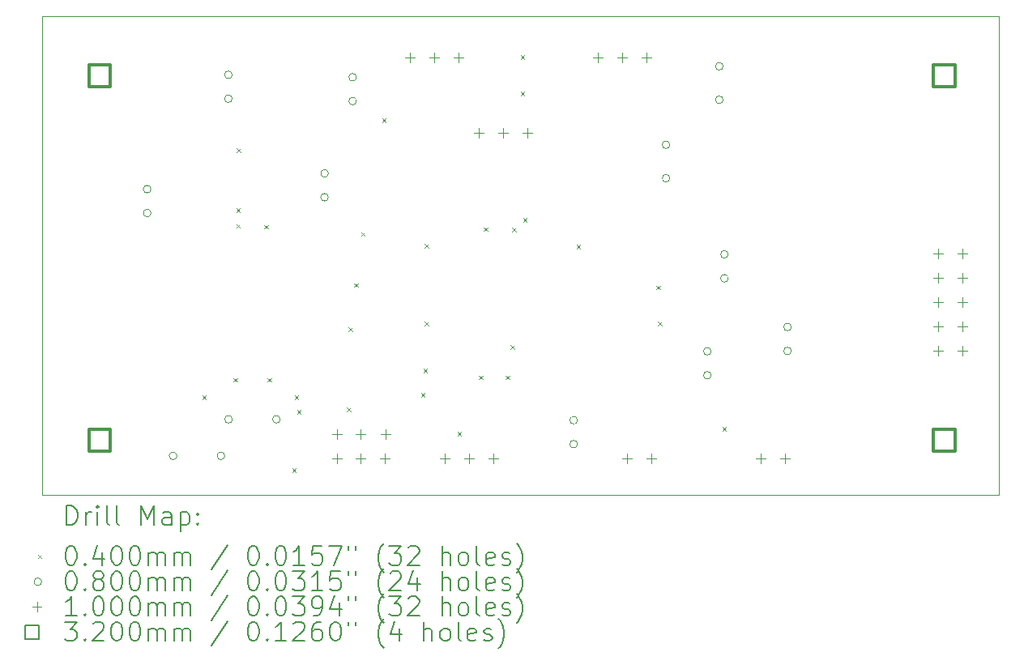
<source format=gbr>
%TF.GenerationSoftware,KiCad,Pcbnew,8.0.4*%
%TF.CreationDate,2024-08-16T09:38:19+02:00*%
%TF.ProjectId,Purrtico_TLA,50757272-7469-4636-9f5f-544c412e6b69,01*%
%TF.SameCoordinates,Original*%
%TF.FileFunction,Drillmap*%
%TF.FilePolarity,Positive*%
%FSLAX45Y45*%
G04 Gerber Fmt 4.5, Leading zero omitted, Abs format (unit mm)*
G04 Created by KiCad (PCBNEW 8.0.4) date 2024-08-16 09:38:19*
%MOMM*%
%LPD*%
G01*
G04 APERTURE LIST*
%ADD10C,0.100000*%
%ADD11C,0.200000*%
%ADD12C,0.320000*%
G04 APERTURE END LIST*
D10*
X5875000Y-3255000D02*
X15875000Y-3255000D01*
X15875000Y-8255000D01*
X5875000Y-8255000D01*
X5875000Y-3255000D01*
D11*
D10*
X7549200Y-7219000D02*
X7589200Y-7259000D01*
X7589200Y-7219000D02*
X7549200Y-7259000D01*
X7871600Y-7035000D02*
X7911600Y-7075000D01*
X7911600Y-7035000D02*
X7871600Y-7075000D01*
X7903099Y-5426445D02*
X7943099Y-5466445D01*
X7943099Y-5426445D02*
X7903099Y-5466445D01*
X7904800Y-5263200D02*
X7944800Y-5303200D01*
X7944800Y-5263200D02*
X7904800Y-5303200D01*
X7905850Y-4633200D02*
X7945850Y-4673200D01*
X7945850Y-4633200D02*
X7905850Y-4673200D01*
X8196900Y-5434800D02*
X8236900Y-5474800D01*
X8236900Y-5434800D02*
X8196900Y-5474800D01*
X8227200Y-7035000D02*
X8267200Y-7075000D01*
X8267200Y-7035000D02*
X8227200Y-7075000D01*
X8489000Y-7981000D02*
X8529000Y-8021000D01*
X8529000Y-7981000D02*
X8489000Y-8021000D01*
X8514400Y-7219000D02*
X8554400Y-7259000D01*
X8554400Y-7219000D02*
X8514400Y-7259000D01*
X8539800Y-7371400D02*
X8579800Y-7411400D01*
X8579800Y-7371400D02*
X8539800Y-7411400D01*
X9060500Y-7346000D02*
X9100500Y-7386000D01*
X9100500Y-7346000D02*
X9060500Y-7386000D01*
X9073950Y-6508550D02*
X9113950Y-6548550D01*
X9113950Y-6508550D02*
X9073950Y-6548550D01*
X9136700Y-6044400D02*
X9176700Y-6084400D01*
X9176700Y-6044400D02*
X9136700Y-6084400D01*
X9206850Y-5511000D02*
X9246850Y-5551000D01*
X9246850Y-5511000D02*
X9206850Y-5551000D01*
X9428800Y-4323400D02*
X9468800Y-4363400D01*
X9468800Y-4323400D02*
X9428800Y-4363400D01*
X9835200Y-7193600D02*
X9875200Y-7233600D01*
X9875200Y-7193600D02*
X9835200Y-7233600D01*
X9860600Y-6939600D02*
X9900600Y-6979600D01*
X9900600Y-6939600D02*
X9860600Y-6979600D01*
X9870050Y-5633000D02*
X9910050Y-5673000D01*
X9910050Y-5633000D02*
X9870050Y-5673000D01*
X9872250Y-6445800D02*
X9912250Y-6485800D01*
X9912250Y-6445800D02*
X9872250Y-6485800D01*
X10216200Y-7600000D02*
X10256200Y-7640000D01*
X10256200Y-7600000D02*
X10216200Y-7640000D01*
X10441550Y-7009600D02*
X10481550Y-7049600D01*
X10481550Y-7009600D02*
X10441550Y-7049600D01*
X10492350Y-5460200D02*
X10532350Y-5500200D01*
X10532350Y-5460200D02*
X10492350Y-5500200D01*
X10720950Y-7009600D02*
X10760950Y-7049600D01*
X10760950Y-7009600D02*
X10720950Y-7049600D01*
X10771750Y-6692100D02*
X10811750Y-6732100D01*
X10811750Y-6692100D02*
X10771750Y-6732100D01*
X10789350Y-5465100D02*
X10829350Y-5505100D01*
X10829350Y-5465100D02*
X10789350Y-5505100D01*
X10874400Y-3663000D02*
X10914400Y-3703000D01*
X10914400Y-3663000D02*
X10874400Y-3703000D01*
X10874400Y-4044000D02*
X10914400Y-4084000D01*
X10914400Y-4044000D02*
X10874400Y-4084000D01*
X10902000Y-5364800D02*
X10942000Y-5404800D01*
X10942000Y-5364800D02*
X10902000Y-5404800D01*
X11460800Y-5644200D02*
X11500800Y-5684200D01*
X11500800Y-5644200D02*
X11460800Y-5684200D01*
X12295750Y-6069800D02*
X12335750Y-6109800D01*
X12335750Y-6069800D02*
X12295750Y-6109800D01*
X12310650Y-6445800D02*
X12350650Y-6485800D01*
X12350650Y-6445800D02*
X12310650Y-6485800D01*
X12984800Y-7549200D02*
X13024800Y-7589200D01*
X13024800Y-7549200D02*
X12984800Y-7589200D01*
X7012300Y-5061100D02*
G75*
G02*
X6932300Y-5061100I-40000J0D01*
G01*
X6932300Y-5061100D02*
G75*
G02*
X7012300Y-5061100I40000J0D01*
G01*
X7012300Y-5311100D02*
G75*
G02*
X6932300Y-5311100I-40000J0D01*
G01*
X6932300Y-5311100D02*
G75*
G02*
X7012300Y-5311100I40000J0D01*
G01*
X7283000Y-7848600D02*
G75*
G02*
X7203000Y-7848600I-40000J0D01*
G01*
X7203000Y-7848600D02*
G75*
G02*
X7283000Y-7848600I40000J0D01*
G01*
X7783000Y-7848600D02*
G75*
G02*
X7703000Y-7848600I-40000J0D01*
G01*
X7703000Y-7848600D02*
G75*
G02*
X7783000Y-7848600I40000J0D01*
G01*
X7861000Y-3865800D02*
G75*
G02*
X7781000Y-3865800I-40000J0D01*
G01*
X7781000Y-3865800D02*
G75*
G02*
X7861000Y-3865800I40000J0D01*
G01*
X7861000Y-4115800D02*
G75*
G02*
X7781000Y-4115800I-40000J0D01*
G01*
X7781000Y-4115800D02*
G75*
G02*
X7861000Y-4115800I40000J0D01*
G01*
X7863200Y-7467600D02*
G75*
G02*
X7783200Y-7467600I-40000J0D01*
G01*
X7783200Y-7467600D02*
G75*
G02*
X7863200Y-7467600I40000J0D01*
G01*
X8363200Y-7467600D02*
G75*
G02*
X8283200Y-7467600I-40000J0D01*
G01*
X8283200Y-7467600D02*
G75*
G02*
X8363200Y-7467600I40000J0D01*
G01*
X8866500Y-4896000D02*
G75*
G02*
X8786500Y-4896000I-40000J0D01*
G01*
X8786500Y-4896000D02*
G75*
G02*
X8866500Y-4896000I40000J0D01*
G01*
X8866500Y-5146000D02*
G75*
G02*
X8786500Y-5146000I-40000J0D01*
G01*
X8786500Y-5146000D02*
G75*
G02*
X8866500Y-5146000I40000J0D01*
G01*
X9159650Y-3891200D02*
G75*
G02*
X9079650Y-3891200I-40000J0D01*
G01*
X9079650Y-3891200D02*
G75*
G02*
X9159650Y-3891200I40000J0D01*
G01*
X9159650Y-4141200D02*
G75*
G02*
X9079650Y-4141200I-40000J0D01*
G01*
X9079650Y-4141200D02*
G75*
G02*
X9159650Y-4141200I40000J0D01*
G01*
X11470000Y-7476362D02*
G75*
G02*
X11390000Y-7476362I-40000J0D01*
G01*
X11390000Y-7476362D02*
G75*
G02*
X11470000Y-7476362I40000J0D01*
G01*
X11470000Y-7726362D02*
G75*
G02*
X11390000Y-7726362I-40000J0D01*
G01*
X11390000Y-7726362D02*
G75*
G02*
X11470000Y-7726362I40000J0D01*
G01*
X12435200Y-4597400D02*
G75*
G02*
X12355200Y-4597400I-40000J0D01*
G01*
X12355200Y-4597400D02*
G75*
G02*
X12435200Y-4597400I40000J0D01*
G01*
X12435200Y-4947400D02*
G75*
G02*
X12355200Y-4947400I-40000J0D01*
G01*
X12355200Y-4947400D02*
G75*
G02*
X12435200Y-4947400I40000J0D01*
G01*
X12867000Y-6756400D02*
G75*
G02*
X12787000Y-6756400I-40000J0D01*
G01*
X12787000Y-6756400D02*
G75*
G02*
X12867000Y-6756400I40000J0D01*
G01*
X12867000Y-7006400D02*
G75*
G02*
X12787000Y-7006400I-40000J0D01*
G01*
X12787000Y-7006400D02*
G75*
G02*
X12867000Y-7006400I40000J0D01*
G01*
X12991800Y-3776735D02*
G75*
G02*
X12911800Y-3776735I-40000J0D01*
G01*
X12911800Y-3776735D02*
G75*
G02*
X12991800Y-3776735I40000J0D01*
G01*
X12991800Y-4126735D02*
G75*
G02*
X12911800Y-4126735I-40000J0D01*
G01*
X12911800Y-4126735D02*
G75*
G02*
X12991800Y-4126735I40000J0D01*
G01*
X13044800Y-5742962D02*
G75*
G02*
X12964800Y-5742962I-40000J0D01*
G01*
X12964800Y-5742962D02*
G75*
G02*
X13044800Y-5742962I40000J0D01*
G01*
X13044800Y-5992962D02*
G75*
G02*
X12964800Y-5992962I-40000J0D01*
G01*
X12964800Y-5992962D02*
G75*
G02*
X13044800Y-5992962I40000J0D01*
G01*
X13705200Y-6502400D02*
G75*
G02*
X13625200Y-6502400I-40000J0D01*
G01*
X13625200Y-6502400D02*
G75*
G02*
X13705200Y-6502400I40000J0D01*
G01*
X13705200Y-6752400D02*
G75*
G02*
X13625200Y-6752400I-40000J0D01*
G01*
X13625200Y-6752400D02*
G75*
G02*
X13705200Y-6752400I40000J0D01*
G01*
X8953500Y-7570000D02*
X8953500Y-7670000D01*
X8903500Y-7620000D02*
X9003500Y-7620000D01*
X8953500Y-7824000D02*
X8953500Y-7924000D01*
X8903500Y-7874000D02*
X9003500Y-7874000D01*
X9203500Y-7574000D02*
X9203500Y-7674000D01*
X9153500Y-7624000D02*
X9253500Y-7624000D01*
X9203500Y-7824000D02*
X9203500Y-7924000D01*
X9153500Y-7874000D02*
X9253500Y-7874000D01*
X9453500Y-7824000D02*
X9453500Y-7924000D01*
X9403500Y-7874000D02*
X9503500Y-7874000D01*
X9461500Y-7570000D02*
X9461500Y-7670000D01*
X9411500Y-7620000D02*
X9511500Y-7620000D01*
X9715500Y-3633000D02*
X9715500Y-3733000D01*
X9665500Y-3683000D02*
X9765500Y-3683000D01*
X9969500Y-3633000D02*
X9969500Y-3733000D01*
X9919500Y-3683000D02*
X10019500Y-3683000D01*
X10083800Y-7824000D02*
X10083800Y-7924000D01*
X10033800Y-7874000D02*
X10133800Y-7874000D01*
X10223500Y-3633000D02*
X10223500Y-3733000D01*
X10173500Y-3683000D02*
X10273500Y-3683000D01*
X10337800Y-7824000D02*
X10337800Y-7924000D01*
X10287800Y-7874000D02*
X10387800Y-7874000D01*
X10439400Y-4420400D02*
X10439400Y-4520400D01*
X10389400Y-4470400D02*
X10489400Y-4470400D01*
X10591800Y-7824000D02*
X10591800Y-7924000D01*
X10541800Y-7874000D02*
X10641800Y-7874000D01*
X10693400Y-4420400D02*
X10693400Y-4520400D01*
X10643400Y-4470400D02*
X10743400Y-4470400D01*
X10947400Y-4420400D02*
X10947400Y-4520400D01*
X10897400Y-4470400D02*
X10997400Y-4470400D01*
X11685500Y-3633000D02*
X11685500Y-3733000D01*
X11635500Y-3683000D02*
X11735500Y-3683000D01*
X11939500Y-3633000D02*
X11939500Y-3733000D01*
X11889500Y-3683000D02*
X11989500Y-3683000D01*
X11988800Y-7824000D02*
X11988800Y-7924000D01*
X11938800Y-7874000D02*
X12038800Y-7874000D01*
X12193500Y-3633000D02*
X12193500Y-3733000D01*
X12143500Y-3683000D02*
X12243500Y-3683000D01*
X12242800Y-7824000D02*
X12242800Y-7924000D01*
X12192800Y-7874000D02*
X12292800Y-7874000D01*
X13385800Y-7824000D02*
X13385800Y-7924000D01*
X13335800Y-7874000D02*
X13435800Y-7874000D01*
X13639800Y-7824000D02*
X13639800Y-7924000D01*
X13589800Y-7874000D02*
X13689800Y-7874000D01*
X15240000Y-5684200D02*
X15240000Y-5784200D01*
X15190000Y-5734200D02*
X15290000Y-5734200D01*
X15240000Y-5938200D02*
X15240000Y-6038200D01*
X15190000Y-5988200D02*
X15290000Y-5988200D01*
X15240000Y-6192200D02*
X15240000Y-6292200D01*
X15190000Y-6242200D02*
X15290000Y-6242200D01*
X15240000Y-6446200D02*
X15240000Y-6546200D01*
X15190000Y-6496200D02*
X15290000Y-6496200D01*
X15240000Y-6700200D02*
X15240000Y-6800200D01*
X15190000Y-6750200D02*
X15290000Y-6750200D01*
X15494000Y-5684200D02*
X15494000Y-5784200D01*
X15444000Y-5734200D02*
X15544000Y-5734200D01*
X15494000Y-5938200D02*
X15494000Y-6038200D01*
X15444000Y-5988200D02*
X15544000Y-5988200D01*
X15494000Y-6192200D02*
X15494000Y-6292200D01*
X15444000Y-6242200D02*
X15544000Y-6242200D01*
X15494000Y-6446200D02*
X15494000Y-6546200D01*
X15444000Y-6496200D02*
X15544000Y-6496200D01*
X15494000Y-6700200D02*
X15494000Y-6800200D01*
X15444000Y-6750200D02*
X15544000Y-6750200D01*
D12*
X6590138Y-3986638D02*
X6590138Y-3760362D01*
X6363862Y-3760362D01*
X6363862Y-3986638D01*
X6590138Y-3986638D01*
X6590138Y-7796638D02*
X6590138Y-7570362D01*
X6363862Y-7570362D01*
X6363862Y-7796638D01*
X6590138Y-7796638D01*
X15416638Y-3986638D02*
X15416638Y-3760362D01*
X15190362Y-3760362D01*
X15190362Y-3986638D01*
X15416638Y-3986638D01*
X15416638Y-7796638D02*
X15416638Y-7570362D01*
X15190362Y-7570362D01*
X15190362Y-7796638D01*
X15416638Y-7796638D01*
D11*
X6130777Y-8571484D02*
X6130777Y-8371484D01*
X6130777Y-8371484D02*
X6178396Y-8371484D01*
X6178396Y-8371484D02*
X6206967Y-8381008D01*
X6206967Y-8381008D02*
X6226015Y-8400055D01*
X6226015Y-8400055D02*
X6235539Y-8419103D01*
X6235539Y-8419103D02*
X6245062Y-8457198D01*
X6245062Y-8457198D02*
X6245062Y-8485770D01*
X6245062Y-8485770D02*
X6235539Y-8523865D01*
X6235539Y-8523865D02*
X6226015Y-8542912D01*
X6226015Y-8542912D02*
X6206967Y-8561960D01*
X6206967Y-8561960D02*
X6178396Y-8571484D01*
X6178396Y-8571484D02*
X6130777Y-8571484D01*
X6330777Y-8571484D02*
X6330777Y-8438150D01*
X6330777Y-8476246D02*
X6340301Y-8457198D01*
X6340301Y-8457198D02*
X6349824Y-8447674D01*
X6349824Y-8447674D02*
X6368872Y-8438150D01*
X6368872Y-8438150D02*
X6387920Y-8438150D01*
X6454586Y-8571484D02*
X6454586Y-8438150D01*
X6454586Y-8371484D02*
X6445062Y-8381008D01*
X6445062Y-8381008D02*
X6454586Y-8390531D01*
X6454586Y-8390531D02*
X6464110Y-8381008D01*
X6464110Y-8381008D02*
X6454586Y-8371484D01*
X6454586Y-8371484D02*
X6454586Y-8390531D01*
X6578396Y-8571484D02*
X6559348Y-8561960D01*
X6559348Y-8561960D02*
X6549824Y-8542912D01*
X6549824Y-8542912D02*
X6549824Y-8371484D01*
X6683158Y-8571484D02*
X6664110Y-8561960D01*
X6664110Y-8561960D02*
X6654586Y-8542912D01*
X6654586Y-8542912D02*
X6654586Y-8371484D01*
X6911729Y-8571484D02*
X6911729Y-8371484D01*
X6911729Y-8371484D02*
X6978396Y-8514341D01*
X6978396Y-8514341D02*
X7045062Y-8371484D01*
X7045062Y-8371484D02*
X7045062Y-8571484D01*
X7226015Y-8571484D02*
X7226015Y-8466722D01*
X7226015Y-8466722D02*
X7216491Y-8447674D01*
X7216491Y-8447674D02*
X7197443Y-8438150D01*
X7197443Y-8438150D02*
X7159348Y-8438150D01*
X7159348Y-8438150D02*
X7140301Y-8447674D01*
X7226015Y-8561960D02*
X7206967Y-8571484D01*
X7206967Y-8571484D02*
X7159348Y-8571484D01*
X7159348Y-8571484D02*
X7140301Y-8561960D01*
X7140301Y-8561960D02*
X7130777Y-8542912D01*
X7130777Y-8542912D02*
X7130777Y-8523865D01*
X7130777Y-8523865D02*
X7140301Y-8504817D01*
X7140301Y-8504817D02*
X7159348Y-8495293D01*
X7159348Y-8495293D02*
X7206967Y-8495293D01*
X7206967Y-8495293D02*
X7226015Y-8485770D01*
X7321253Y-8438150D02*
X7321253Y-8638150D01*
X7321253Y-8447674D02*
X7340301Y-8438150D01*
X7340301Y-8438150D02*
X7378396Y-8438150D01*
X7378396Y-8438150D02*
X7397443Y-8447674D01*
X7397443Y-8447674D02*
X7406967Y-8457198D01*
X7406967Y-8457198D02*
X7416491Y-8476246D01*
X7416491Y-8476246D02*
X7416491Y-8533389D01*
X7416491Y-8533389D02*
X7406967Y-8552436D01*
X7406967Y-8552436D02*
X7397443Y-8561960D01*
X7397443Y-8561960D02*
X7378396Y-8571484D01*
X7378396Y-8571484D02*
X7340301Y-8571484D01*
X7340301Y-8571484D02*
X7321253Y-8561960D01*
X7502205Y-8552436D02*
X7511729Y-8561960D01*
X7511729Y-8561960D02*
X7502205Y-8571484D01*
X7502205Y-8571484D02*
X7492682Y-8561960D01*
X7492682Y-8561960D02*
X7502205Y-8552436D01*
X7502205Y-8552436D02*
X7502205Y-8571484D01*
X7502205Y-8447674D02*
X7511729Y-8457198D01*
X7511729Y-8457198D02*
X7502205Y-8466722D01*
X7502205Y-8466722D02*
X7492682Y-8457198D01*
X7492682Y-8457198D02*
X7502205Y-8447674D01*
X7502205Y-8447674D02*
X7502205Y-8466722D01*
D10*
X5830000Y-8880000D02*
X5870000Y-8920000D01*
X5870000Y-8880000D02*
X5830000Y-8920000D01*
D11*
X6168872Y-8791484D02*
X6187920Y-8791484D01*
X6187920Y-8791484D02*
X6206967Y-8801008D01*
X6206967Y-8801008D02*
X6216491Y-8810531D01*
X6216491Y-8810531D02*
X6226015Y-8829579D01*
X6226015Y-8829579D02*
X6235539Y-8867674D01*
X6235539Y-8867674D02*
X6235539Y-8915293D01*
X6235539Y-8915293D02*
X6226015Y-8953389D01*
X6226015Y-8953389D02*
X6216491Y-8972436D01*
X6216491Y-8972436D02*
X6206967Y-8981960D01*
X6206967Y-8981960D02*
X6187920Y-8991484D01*
X6187920Y-8991484D02*
X6168872Y-8991484D01*
X6168872Y-8991484D02*
X6149824Y-8981960D01*
X6149824Y-8981960D02*
X6140301Y-8972436D01*
X6140301Y-8972436D02*
X6130777Y-8953389D01*
X6130777Y-8953389D02*
X6121253Y-8915293D01*
X6121253Y-8915293D02*
X6121253Y-8867674D01*
X6121253Y-8867674D02*
X6130777Y-8829579D01*
X6130777Y-8829579D02*
X6140301Y-8810531D01*
X6140301Y-8810531D02*
X6149824Y-8801008D01*
X6149824Y-8801008D02*
X6168872Y-8791484D01*
X6321253Y-8972436D02*
X6330777Y-8981960D01*
X6330777Y-8981960D02*
X6321253Y-8991484D01*
X6321253Y-8991484D02*
X6311729Y-8981960D01*
X6311729Y-8981960D02*
X6321253Y-8972436D01*
X6321253Y-8972436D02*
X6321253Y-8991484D01*
X6502205Y-8858150D02*
X6502205Y-8991484D01*
X6454586Y-8781960D02*
X6406967Y-8924817D01*
X6406967Y-8924817D02*
X6530777Y-8924817D01*
X6645062Y-8791484D02*
X6664110Y-8791484D01*
X6664110Y-8791484D02*
X6683158Y-8801008D01*
X6683158Y-8801008D02*
X6692682Y-8810531D01*
X6692682Y-8810531D02*
X6702205Y-8829579D01*
X6702205Y-8829579D02*
X6711729Y-8867674D01*
X6711729Y-8867674D02*
X6711729Y-8915293D01*
X6711729Y-8915293D02*
X6702205Y-8953389D01*
X6702205Y-8953389D02*
X6692682Y-8972436D01*
X6692682Y-8972436D02*
X6683158Y-8981960D01*
X6683158Y-8981960D02*
X6664110Y-8991484D01*
X6664110Y-8991484D02*
X6645062Y-8991484D01*
X6645062Y-8991484D02*
X6626015Y-8981960D01*
X6626015Y-8981960D02*
X6616491Y-8972436D01*
X6616491Y-8972436D02*
X6606967Y-8953389D01*
X6606967Y-8953389D02*
X6597443Y-8915293D01*
X6597443Y-8915293D02*
X6597443Y-8867674D01*
X6597443Y-8867674D02*
X6606967Y-8829579D01*
X6606967Y-8829579D02*
X6616491Y-8810531D01*
X6616491Y-8810531D02*
X6626015Y-8801008D01*
X6626015Y-8801008D02*
X6645062Y-8791484D01*
X6835539Y-8791484D02*
X6854586Y-8791484D01*
X6854586Y-8791484D02*
X6873634Y-8801008D01*
X6873634Y-8801008D02*
X6883158Y-8810531D01*
X6883158Y-8810531D02*
X6892682Y-8829579D01*
X6892682Y-8829579D02*
X6902205Y-8867674D01*
X6902205Y-8867674D02*
X6902205Y-8915293D01*
X6902205Y-8915293D02*
X6892682Y-8953389D01*
X6892682Y-8953389D02*
X6883158Y-8972436D01*
X6883158Y-8972436D02*
X6873634Y-8981960D01*
X6873634Y-8981960D02*
X6854586Y-8991484D01*
X6854586Y-8991484D02*
X6835539Y-8991484D01*
X6835539Y-8991484D02*
X6816491Y-8981960D01*
X6816491Y-8981960D02*
X6806967Y-8972436D01*
X6806967Y-8972436D02*
X6797443Y-8953389D01*
X6797443Y-8953389D02*
X6787920Y-8915293D01*
X6787920Y-8915293D02*
X6787920Y-8867674D01*
X6787920Y-8867674D02*
X6797443Y-8829579D01*
X6797443Y-8829579D02*
X6806967Y-8810531D01*
X6806967Y-8810531D02*
X6816491Y-8801008D01*
X6816491Y-8801008D02*
X6835539Y-8791484D01*
X6987920Y-8991484D02*
X6987920Y-8858150D01*
X6987920Y-8877198D02*
X6997443Y-8867674D01*
X6997443Y-8867674D02*
X7016491Y-8858150D01*
X7016491Y-8858150D02*
X7045063Y-8858150D01*
X7045063Y-8858150D02*
X7064110Y-8867674D01*
X7064110Y-8867674D02*
X7073634Y-8886722D01*
X7073634Y-8886722D02*
X7073634Y-8991484D01*
X7073634Y-8886722D02*
X7083158Y-8867674D01*
X7083158Y-8867674D02*
X7102205Y-8858150D01*
X7102205Y-8858150D02*
X7130777Y-8858150D01*
X7130777Y-8858150D02*
X7149824Y-8867674D01*
X7149824Y-8867674D02*
X7159348Y-8886722D01*
X7159348Y-8886722D02*
X7159348Y-8991484D01*
X7254586Y-8991484D02*
X7254586Y-8858150D01*
X7254586Y-8877198D02*
X7264110Y-8867674D01*
X7264110Y-8867674D02*
X7283158Y-8858150D01*
X7283158Y-8858150D02*
X7311729Y-8858150D01*
X7311729Y-8858150D02*
X7330777Y-8867674D01*
X7330777Y-8867674D02*
X7340301Y-8886722D01*
X7340301Y-8886722D02*
X7340301Y-8991484D01*
X7340301Y-8886722D02*
X7349824Y-8867674D01*
X7349824Y-8867674D02*
X7368872Y-8858150D01*
X7368872Y-8858150D02*
X7397443Y-8858150D01*
X7397443Y-8858150D02*
X7416491Y-8867674D01*
X7416491Y-8867674D02*
X7426015Y-8886722D01*
X7426015Y-8886722D02*
X7426015Y-8991484D01*
X7816491Y-8781960D02*
X7645063Y-9039103D01*
X8073634Y-8791484D02*
X8092682Y-8791484D01*
X8092682Y-8791484D02*
X8111729Y-8801008D01*
X8111729Y-8801008D02*
X8121253Y-8810531D01*
X8121253Y-8810531D02*
X8130777Y-8829579D01*
X8130777Y-8829579D02*
X8140301Y-8867674D01*
X8140301Y-8867674D02*
X8140301Y-8915293D01*
X8140301Y-8915293D02*
X8130777Y-8953389D01*
X8130777Y-8953389D02*
X8121253Y-8972436D01*
X8121253Y-8972436D02*
X8111729Y-8981960D01*
X8111729Y-8981960D02*
X8092682Y-8991484D01*
X8092682Y-8991484D02*
X8073634Y-8991484D01*
X8073634Y-8991484D02*
X8054586Y-8981960D01*
X8054586Y-8981960D02*
X8045063Y-8972436D01*
X8045063Y-8972436D02*
X8035539Y-8953389D01*
X8035539Y-8953389D02*
X8026015Y-8915293D01*
X8026015Y-8915293D02*
X8026015Y-8867674D01*
X8026015Y-8867674D02*
X8035539Y-8829579D01*
X8035539Y-8829579D02*
X8045063Y-8810531D01*
X8045063Y-8810531D02*
X8054586Y-8801008D01*
X8054586Y-8801008D02*
X8073634Y-8791484D01*
X8226015Y-8972436D02*
X8235539Y-8981960D01*
X8235539Y-8981960D02*
X8226015Y-8991484D01*
X8226015Y-8991484D02*
X8216491Y-8981960D01*
X8216491Y-8981960D02*
X8226015Y-8972436D01*
X8226015Y-8972436D02*
X8226015Y-8991484D01*
X8359348Y-8791484D02*
X8378396Y-8791484D01*
X8378396Y-8791484D02*
X8397444Y-8801008D01*
X8397444Y-8801008D02*
X8406968Y-8810531D01*
X8406968Y-8810531D02*
X8416491Y-8829579D01*
X8416491Y-8829579D02*
X8426015Y-8867674D01*
X8426015Y-8867674D02*
X8426015Y-8915293D01*
X8426015Y-8915293D02*
X8416491Y-8953389D01*
X8416491Y-8953389D02*
X8406968Y-8972436D01*
X8406968Y-8972436D02*
X8397444Y-8981960D01*
X8397444Y-8981960D02*
X8378396Y-8991484D01*
X8378396Y-8991484D02*
X8359348Y-8991484D01*
X8359348Y-8991484D02*
X8340301Y-8981960D01*
X8340301Y-8981960D02*
X8330777Y-8972436D01*
X8330777Y-8972436D02*
X8321253Y-8953389D01*
X8321253Y-8953389D02*
X8311729Y-8915293D01*
X8311729Y-8915293D02*
X8311729Y-8867674D01*
X8311729Y-8867674D02*
X8321253Y-8829579D01*
X8321253Y-8829579D02*
X8330777Y-8810531D01*
X8330777Y-8810531D02*
X8340301Y-8801008D01*
X8340301Y-8801008D02*
X8359348Y-8791484D01*
X8616491Y-8991484D02*
X8502206Y-8991484D01*
X8559348Y-8991484D02*
X8559348Y-8791484D01*
X8559348Y-8791484D02*
X8540301Y-8820055D01*
X8540301Y-8820055D02*
X8521253Y-8839103D01*
X8521253Y-8839103D02*
X8502206Y-8848627D01*
X8797444Y-8791484D02*
X8702206Y-8791484D01*
X8702206Y-8791484D02*
X8692682Y-8886722D01*
X8692682Y-8886722D02*
X8702206Y-8877198D01*
X8702206Y-8877198D02*
X8721253Y-8867674D01*
X8721253Y-8867674D02*
X8768872Y-8867674D01*
X8768872Y-8867674D02*
X8787920Y-8877198D01*
X8787920Y-8877198D02*
X8797444Y-8886722D01*
X8797444Y-8886722D02*
X8806968Y-8905770D01*
X8806968Y-8905770D02*
X8806968Y-8953389D01*
X8806968Y-8953389D02*
X8797444Y-8972436D01*
X8797444Y-8972436D02*
X8787920Y-8981960D01*
X8787920Y-8981960D02*
X8768872Y-8991484D01*
X8768872Y-8991484D02*
X8721253Y-8991484D01*
X8721253Y-8991484D02*
X8702206Y-8981960D01*
X8702206Y-8981960D02*
X8692682Y-8972436D01*
X8873634Y-8791484D02*
X9006968Y-8791484D01*
X9006968Y-8791484D02*
X8921253Y-8991484D01*
X9073634Y-8791484D02*
X9073634Y-8829579D01*
X9149825Y-8791484D02*
X9149825Y-8829579D01*
X9445063Y-9067674D02*
X9435539Y-9058150D01*
X9435539Y-9058150D02*
X9416491Y-9029579D01*
X9416491Y-9029579D02*
X9406968Y-9010531D01*
X9406968Y-9010531D02*
X9397444Y-8981960D01*
X9397444Y-8981960D02*
X9387920Y-8934341D01*
X9387920Y-8934341D02*
X9387920Y-8896246D01*
X9387920Y-8896246D02*
X9397444Y-8848627D01*
X9397444Y-8848627D02*
X9406968Y-8820055D01*
X9406968Y-8820055D02*
X9416491Y-8801008D01*
X9416491Y-8801008D02*
X9435539Y-8772436D01*
X9435539Y-8772436D02*
X9445063Y-8762912D01*
X9502206Y-8791484D02*
X9626015Y-8791484D01*
X9626015Y-8791484D02*
X9559349Y-8867674D01*
X9559349Y-8867674D02*
X9587920Y-8867674D01*
X9587920Y-8867674D02*
X9606968Y-8877198D01*
X9606968Y-8877198D02*
X9616491Y-8886722D01*
X9616491Y-8886722D02*
X9626015Y-8905770D01*
X9626015Y-8905770D02*
X9626015Y-8953389D01*
X9626015Y-8953389D02*
X9616491Y-8972436D01*
X9616491Y-8972436D02*
X9606968Y-8981960D01*
X9606968Y-8981960D02*
X9587920Y-8991484D01*
X9587920Y-8991484D02*
X9530777Y-8991484D01*
X9530777Y-8991484D02*
X9511730Y-8981960D01*
X9511730Y-8981960D02*
X9502206Y-8972436D01*
X9702206Y-8810531D02*
X9711730Y-8801008D01*
X9711730Y-8801008D02*
X9730777Y-8791484D01*
X9730777Y-8791484D02*
X9778396Y-8791484D01*
X9778396Y-8791484D02*
X9797444Y-8801008D01*
X9797444Y-8801008D02*
X9806968Y-8810531D01*
X9806968Y-8810531D02*
X9816491Y-8829579D01*
X9816491Y-8829579D02*
X9816491Y-8848627D01*
X9816491Y-8848627D02*
X9806968Y-8877198D01*
X9806968Y-8877198D02*
X9692682Y-8991484D01*
X9692682Y-8991484D02*
X9816491Y-8991484D01*
X10054587Y-8991484D02*
X10054587Y-8791484D01*
X10140301Y-8991484D02*
X10140301Y-8886722D01*
X10140301Y-8886722D02*
X10130777Y-8867674D01*
X10130777Y-8867674D02*
X10111730Y-8858150D01*
X10111730Y-8858150D02*
X10083158Y-8858150D01*
X10083158Y-8858150D02*
X10064111Y-8867674D01*
X10064111Y-8867674D02*
X10054587Y-8877198D01*
X10264111Y-8991484D02*
X10245063Y-8981960D01*
X10245063Y-8981960D02*
X10235539Y-8972436D01*
X10235539Y-8972436D02*
X10226015Y-8953389D01*
X10226015Y-8953389D02*
X10226015Y-8896246D01*
X10226015Y-8896246D02*
X10235539Y-8877198D01*
X10235539Y-8877198D02*
X10245063Y-8867674D01*
X10245063Y-8867674D02*
X10264111Y-8858150D01*
X10264111Y-8858150D02*
X10292682Y-8858150D01*
X10292682Y-8858150D02*
X10311730Y-8867674D01*
X10311730Y-8867674D02*
X10321253Y-8877198D01*
X10321253Y-8877198D02*
X10330777Y-8896246D01*
X10330777Y-8896246D02*
X10330777Y-8953389D01*
X10330777Y-8953389D02*
X10321253Y-8972436D01*
X10321253Y-8972436D02*
X10311730Y-8981960D01*
X10311730Y-8981960D02*
X10292682Y-8991484D01*
X10292682Y-8991484D02*
X10264111Y-8991484D01*
X10445063Y-8991484D02*
X10426015Y-8981960D01*
X10426015Y-8981960D02*
X10416492Y-8962912D01*
X10416492Y-8962912D02*
X10416492Y-8791484D01*
X10597444Y-8981960D02*
X10578396Y-8991484D01*
X10578396Y-8991484D02*
X10540301Y-8991484D01*
X10540301Y-8991484D02*
X10521253Y-8981960D01*
X10521253Y-8981960D02*
X10511730Y-8962912D01*
X10511730Y-8962912D02*
X10511730Y-8886722D01*
X10511730Y-8886722D02*
X10521253Y-8867674D01*
X10521253Y-8867674D02*
X10540301Y-8858150D01*
X10540301Y-8858150D02*
X10578396Y-8858150D01*
X10578396Y-8858150D02*
X10597444Y-8867674D01*
X10597444Y-8867674D02*
X10606968Y-8886722D01*
X10606968Y-8886722D02*
X10606968Y-8905770D01*
X10606968Y-8905770D02*
X10511730Y-8924817D01*
X10683158Y-8981960D02*
X10702206Y-8991484D01*
X10702206Y-8991484D02*
X10740301Y-8991484D01*
X10740301Y-8991484D02*
X10759349Y-8981960D01*
X10759349Y-8981960D02*
X10768873Y-8962912D01*
X10768873Y-8962912D02*
X10768873Y-8953389D01*
X10768873Y-8953389D02*
X10759349Y-8934341D01*
X10759349Y-8934341D02*
X10740301Y-8924817D01*
X10740301Y-8924817D02*
X10711730Y-8924817D01*
X10711730Y-8924817D02*
X10692682Y-8915293D01*
X10692682Y-8915293D02*
X10683158Y-8896246D01*
X10683158Y-8896246D02*
X10683158Y-8886722D01*
X10683158Y-8886722D02*
X10692682Y-8867674D01*
X10692682Y-8867674D02*
X10711730Y-8858150D01*
X10711730Y-8858150D02*
X10740301Y-8858150D01*
X10740301Y-8858150D02*
X10759349Y-8867674D01*
X10835539Y-9067674D02*
X10845063Y-9058150D01*
X10845063Y-9058150D02*
X10864111Y-9029579D01*
X10864111Y-9029579D02*
X10873634Y-9010531D01*
X10873634Y-9010531D02*
X10883158Y-8981960D01*
X10883158Y-8981960D02*
X10892682Y-8934341D01*
X10892682Y-8934341D02*
X10892682Y-8896246D01*
X10892682Y-8896246D02*
X10883158Y-8848627D01*
X10883158Y-8848627D02*
X10873634Y-8820055D01*
X10873634Y-8820055D02*
X10864111Y-8801008D01*
X10864111Y-8801008D02*
X10845063Y-8772436D01*
X10845063Y-8772436D02*
X10835539Y-8762912D01*
D10*
X5870000Y-9164000D02*
G75*
G02*
X5790000Y-9164000I-40000J0D01*
G01*
X5790000Y-9164000D02*
G75*
G02*
X5870000Y-9164000I40000J0D01*
G01*
D11*
X6168872Y-9055484D02*
X6187920Y-9055484D01*
X6187920Y-9055484D02*
X6206967Y-9065008D01*
X6206967Y-9065008D02*
X6216491Y-9074531D01*
X6216491Y-9074531D02*
X6226015Y-9093579D01*
X6226015Y-9093579D02*
X6235539Y-9131674D01*
X6235539Y-9131674D02*
X6235539Y-9179293D01*
X6235539Y-9179293D02*
X6226015Y-9217389D01*
X6226015Y-9217389D02*
X6216491Y-9236436D01*
X6216491Y-9236436D02*
X6206967Y-9245960D01*
X6206967Y-9245960D02*
X6187920Y-9255484D01*
X6187920Y-9255484D02*
X6168872Y-9255484D01*
X6168872Y-9255484D02*
X6149824Y-9245960D01*
X6149824Y-9245960D02*
X6140301Y-9236436D01*
X6140301Y-9236436D02*
X6130777Y-9217389D01*
X6130777Y-9217389D02*
X6121253Y-9179293D01*
X6121253Y-9179293D02*
X6121253Y-9131674D01*
X6121253Y-9131674D02*
X6130777Y-9093579D01*
X6130777Y-9093579D02*
X6140301Y-9074531D01*
X6140301Y-9074531D02*
X6149824Y-9065008D01*
X6149824Y-9065008D02*
X6168872Y-9055484D01*
X6321253Y-9236436D02*
X6330777Y-9245960D01*
X6330777Y-9245960D02*
X6321253Y-9255484D01*
X6321253Y-9255484D02*
X6311729Y-9245960D01*
X6311729Y-9245960D02*
X6321253Y-9236436D01*
X6321253Y-9236436D02*
X6321253Y-9255484D01*
X6445062Y-9141198D02*
X6426015Y-9131674D01*
X6426015Y-9131674D02*
X6416491Y-9122150D01*
X6416491Y-9122150D02*
X6406967Y-9103103D01*
X6406967Y-9103103D02*
X6406967Y-9093579D01*
X6406967Y-9093579D02*
X6416491Y-9074531D01*
X6416491Y-9074531D02*
X6426015Y-9065008D01*
X6426015Y-9065008D02*
X6445062Y-9055484D01*
X6445062Y-9055484D02*
X6483158Y-9055484D01*
X6483158Y-9055484D02*
X6502205Y-9065008D01*
X6502205Y-9065008D02*
X6511729Y-9074531D01*
X6511729Y-9074531D02*
X6521253Y-9093579D01*
X6521253Y-9093579D02*
X6521253Y-9103103D01*
X6521253Y-9103103D02*
X6511729Y-9122150D01*
X6511729Y-9122150D02*
X6502205Y-9131674D01*
X6502205Y-9131674D02*
X6483158Y-9141198D01*
X6483158Y-9141198D02*
X6445062Y-9141198D01*
X6445062Y-9141198D02*
X6426015Y-9150722D01*
X6426015Y-9150722D02*
X6416491Y-9160246D01*
X6416491Y-9160246D02*
X6406967Y-9179293D01*
X6406967Y-9179293D02*
X6406967Y-9217389D01*
X6406967Y-9217389D02*
X6416491Y-9236436D01*
X6416491Y-9236436D02*
X6426015Y-9245960D01*
X6426015Y-9245960D02*
X6445062Y-9255484D01*
X6445062Y-9255484D02*
X6483158Y-9255484D01*
X6483158Y-9255484D02*
X6502205Y-9245960D01*
X6502205Y-9245960D02*
X6511729Y-9236436D01*
X6511729Y-9236436D02*
X6521253Y-9217389D01*
X6521253Y-9217389D02*
X6521253Y-9179293D01*
X6521253Y-9179293D02*
X6511729Y-9160246D01*
X6511729Y-9160246D02*
X6502205Y-9150722D01*
X6502205Y-9150722D02*
X6483158Y-9141198D01*
X6645062Y-9055484D02*
X6664110Y-9055484D01*
X6664110Y-9055484D02*
X6683158Y-9065008D01*
X6683158Y-9065008D02*
X6692682Y-9074531D01*
X6692682Y-9074531D02*
X6702205Y-9093579D01*
X6702205Y-9093579D02*
X6711729Y-9131674D01*
X6711729Y-9131674D02*
X6711729Y-9179293D01*
X6711729Y-9179293D02*
X6702205Y-9217389D01*
X6702205Y-9217389D02*
X6692682Y-9236436D01*
X6692682Y-9236436D02*
X6683158Y-9245960D01*
X6683158Y-9245960D02*
X6664110Y-9255484D01*
X6664110Y-9255484D02*
X6645062Y-9255484D01*
X6645062Y-9255484D02*
X6626015Y-9245960D01*
X6626015Y-9245960D02*
X6616491Y-9236436D01*
X6616491Y-9236436D02*
X6606967Y-9217389D01*
X6606967Y-9217389D02*
X6597443Y-9179293D01*
X6597443Y-9179293D02*
X6597443Y-9131674D01*
X6597443Y-9131674D02*
X6606967Y-9093579D01*
X6606967Y-9093579D02*
X6616491Y-9074531D01*
X6616491Y-9074531D02*
X6626015Y-9065008D01*
X6626015Y-9065008D02*
X6645062Y-9055484D01*
X6835539Y-9055484D02*
X6854586Y-9055484D01*
X6854586Y-9055484D02*
X6873634Y-9065008D01*
X6873634Y-9065008D02*
X6883158Y-9074531D01*
X6883158Y-9074531D02*
X6892682Y-9093579D01*
X6892682Y-9093579D02*
X6902205Y-9131674D01*
X6902205Y-9131674D02*
X6902205Y-9179293D01*
X6902205Y-9179293D02*
X6892682Y-9217389D01*
X6892682Y-9217389D02*
X6883158Y-9236436D01*
X6883158Y-9236436D02*
X6873634Y-9245960D01*
X6873634Y-9245960D02*
X6854586Y-9255484D01*
X6854586Y-9255484D02*
X6835539Y-9255484D01*
X6835539Y-9255484D02*
X6816491Y-9245960D01*
X6816491Y-9245960D02*
X6806967Y-9236436D01*
X6806967Y-9236436D02*
X6797443Y-9217389D01*
X6797443Y-9217389D02*
X6787920Y-9179293D01*
X6787920Y-9179293D02*
X6787920Y-9131674D01*
X6787920Y-9131674D02*
X6797443Y-9093579D01*
X6797443Y-9093579D02*
X6806967Y-9074531D01*
X6806967Y-9074531D02*
X6816491Y-9065008D01*
X6816491Y-9065008D02*
X6835539Y-9055484D01*
X6987920Y-9255484D02*
X6987920Y-9122150D01*
X6987920Y-9141198D02*
X6997443Y-9131674D01*
X6997443Y-9131674D02*
X7016491Y-9122150D01*
X7016491Y-9122150D02*
X7045063Y-9122150D01*
X7045063Y-9122150D02*
X7064110Y-9131674D01*
X7064110Y-9131674D02*
X7073634Y-9150722D01*
X7073634Y-9150722D02*
X7073634Y-9255484D01*
X7073634Y-9150722D02*
X7083158Y-9131674D01*
X7083158Y-9131674D02*
X7102205Y-9122150D01*
X7102205Y-9122150D02*
X7130777Y-9122150D01*
X7130777Y-9122150D02*
X7149824Y-9131674D01*
X7149824Y-9131674D02*
X7159348Y-9150722D01*
X7159348Y-9150722D02*
X7159348Y-9255484D01*
X7254586Y-9255484D02*
X7254586Y-9122150D01*
X7254586Y-9141198D02*
X7264110Y-9131674D01*
X7264110Y-9131674D02*
X7283158Y-9122150D01*
X7283158Y-9122150D02*
X7311729Y-9122150D01*
X7311729Y-9122150D02*
X7330777Y-9131674D01*
X7330777Y-9131674D02*
X7340301Y-9150722D01*
X7340301Y-9150722D02*
X7340301Y-9255484D01*
X7340301Y-9150722D02*
X7349824Y-9131674D01*
X7349824Y-9131674D02*
X7368872Y-9122150D01*
X7368872Y-9122150D02*
X7397443Y-9122150D01*
X7397443Y-9122150D02*
X7416491Y-9131674D01*
X7416491Y-9131674D02*
X7426015Y-9150722D01*
X7426015Y-9150722D02*
X7426015Y-9255484D01*
X7816491Y-9045960D02*
X7645063Y-9303103D01*
X8073634Y-9055484D02*
X8092682Y-9055484D01*
X8092682Y-9055484D02*
X8111729Y-9065008D01*
X8111729Y-9065008D02*
X8121253Y-9074531D01*
X8121253Y-9074531D02*
X8130777Y-9093579D01*
X8130777Y-9093579D02*
X8140301Y-9131674D01*
X8140301Y-9131674D02*
X8140301Y-9179293D01*
X8140301Y-9179293D02*
X8130777Y-9217389D01*
X8130777Y-9217389D02*
X8121253Y-9236436D01*
X8121253Y-9236436D02*
X8111729Y-9245960D01*
X8111729Y-9245960D02*
X8092682Y-9255484D01*
X8092682Y-9255484D02*
X8073634Y-9255484D01*
X8073634Y-9255484D02*
X8054586Y-9245960D01*
X8054586Y-9245960D02*
X8045063Y-9236436D01*
X8045063Y-9236436D02*
X8035539Y-9217389D01*
X8035539Y-9217389D02*
X8026015Y-9179293D01*
X8026015Y-9179293D02*
X8026015Y-9131674D01*
X8026015Y-9131674D02*
X8035539Y-9093579D01*
X8035539Y-9093579D02*
X8045063Y-9074531D01*
X8045063Y-9074531D02*
X8054586Y-9065008D01*
X8054586Y-9065008D02*
X8073634Y-9055484D01*
X8226015Y-9236436D02*
X8235539Y-9245960D01*
X8235539Y-9245960D02*
X8226015Y-9255484D01*
X8226015Y-9255484D02*
X8216491Y-9245960D01*
X8216491Y-9245960D02*
X8226015Y-9236436D01*
X8226015Y-9236436D02*
X8226015Y-9255484D01*
X8359348Y-9055484D02*
X8378396Y-9055484D01*
X8378396Y-9055484D02*
X8397444Y-9065008D01*
X8397444Y-9065008D02*
X8406968Y-9074531D01*
X8406968Y-9074531D02*
X8416491Y-9093579D01*
X8416491Y-9093579D02*
X8426015Y-9131674D01*
X8426015Y-9131674D02*
X8426015Y-9179293D01*
X8426015Y-9179293D02*
X8416491Y-9217389D01*
X8416491Y-9217389D02*
X8406968Y-9236436D01*
X8406968Y-9236436D02*
X8397444Y-9245960D01*
X8397444Y-9245960D02*
X8378396Y-9255484D01*
X8378396Y-9255484D02*
X8359348Y-9255484D01*
X8359348Y-9255484D02*
X8340301Y-9245960D01*
X8340301Y-9245960D02*
X8330777Y-9236436D01*
X8330777Y-9236436D02*
X8321253Y-9217389D01*
X8321253Y-9217389D02*
X8311729Y-9179293D01*
X8311729Y-9179293D02*
X8311729Y-9131674D01*
X8311729Y-9131674D02*
X8321253Y-9093579D01*
X8321253Y-9093579D02*
X8330777Y-9074531D01*
X8330777Y-9074531D02*
X8340301Y-9065008D01*
X8340301Y-9065008D02*
X8359348Y-9055484D01*
X8492682Y-9055484D02*
X8616491Y-9055484D01*
X8616491Y-9055484D02*
X8549825Y-9131674D01*
X8549825Y-9131674D02*
X8578396Y-9131674D01*
X8578396Y-9131674D02*
X8597444Y-9141198D01*
X8597444Y-9141198D02*
X8606968Y-9150722D01*
X8606968Y-9150722D02*
X8616491Y-9169770D01*
X8616491Y-9169770D02*
X8616491Y-9217389D01*
X8616491Y-9217389D02*
X8606968Y-9236436D01*
X8606968Y-9236436D02*
X8597444Y-9245960D01*
X8597444Y-9245960D02*
X8578396Y-9255484D01*
X8578396Y-9255484D02*
X8521253Y-9255484D01*
X8521253Y-9255484D02*
X8502206Y-9245960D01*
X8502206Y-9245960D02*
X8492682Y-9236436D01*
X8806968Y-9255484D02*
X8692682Y-9255484D01*
X8749825Y-9255484D02*
X8749825Y-9055484D01*
X8749825Y-9055484D02*
X8730777Y-9084055D01*
X8730777Y-9084055D02*
X8711729Y-9103103D01*
X8711729Y-9103103D02*
X8692682Y-9112627D01*
X8987920Y-9055484D02*
X8892682Y-9055484D01*
X8892682Y-9055484D02*
X8883158Y-9150722D01*
X8883158Y-9150722D02*
X8892682Y-9141198D01*
X8892682Y-9141198D02*
X8911729Y-9131674D01*
X8911729Y-9131674D02*
X8959349Y-9131674D01*
X8959349Y-9131674D02*
X8978396Y-9141198D01*
X8978396Y-9141198D02*
X8987920Y-9150722D01*
X8987920Y-9150722D02*
X8997444Y-9169770D01*
X8997444Y-9169770D02*
X8997444Y-9217389D01*
X8997444Y-9217389D02*
X8987920Y-9236436D01*
X8987920Y-9236436D02*
X8978396Y-9245960D01*
X8978396Y-9245960D02*
X8959349Y-9255484D01*
X8959349Y-9255484D02*
X8911729Y-9255484D01*
X8911729Y-9255484D02*
X8892682Y-9245960D01*
X8892682Y-9245960D02*
X8883158Y-9236436D01*
X9073634Y-9055484D02*
X9073634Y-9093579D01*
X9149825Y-9055484D02*
X9149825Y-9093579D01*
X9445063Y-9331674D02*
X9435539Y-9322150D01*
X9435539Y-9322150D02*
X9416491Y-9293579D01*
X9416491Y-9293579D02*
X9406968Y-9274531D01*
X9406968Y-9274531D02*
X9397444Y-9245960D01*
X9397444Y-9245960D02*
X9387920Y-9198341D01*
X9387920Y-9198341D02*
X9387920Y-9160246D01*
X9387920Y-9160246D02*
X9397444Y-9112627D01*
X9397444Y-9112627D02*
X9406968Y-9084055D01*
X9406968Y-9084055D02*
X9416491Y-9065008D01*
X9416491Y-9065008D02*
X9435539Y-9036436D01*
X9435539Y-9036436D02*
X9445063Y-9026912D01*
X9511730Y-9074531D02*
X9521253Y-9065008D01*
X9521253Y-9065008D02*
X9540301Y-9055484D01*
X9540301Y-9055484D02*
X9587920Y-9055484D01*
X9587920Y-9055484D02*
X9606968Y-9065008D01*
X9606968Y-9065008D02*
X9616491Y-9074531D01*
X9616491Y-9074531D02*
X9626015Y-9093579D01*
X9626015Y-9093579D02*
X9626015Y-9112627D01*
X9626015Y-9112627D02*
X9616491Y-9141198D01*
X9616491Y-9141198D02*
X9502206Y-9255484D01*
X9502206Y-9255484D02*
X9626015Y-9255484D01*
X9797444Y-9122150D02*
X9797444Y-9255484D01*
X9749825Y-9045960D02*
X9702206Y-9188817D01*
X9702206Y-9188817D02*
X9826015Y-9188817D01*
X10054587Y-9255484D02*
X10054587Y-9055484D01*
X10140301Y-9255484D02*
X10140301Y-9150722D01*
X10140301Y-9150722D02*
X10130777Y-9131674D01*
X10130777Y-9131674D02*
X10111730Y-9122150D01*
X10111730Y-9122150D02*
X10083158Y-9122150D01*
X10083158Y-9122150D02*
X10064111Y-9131674D01*
X10064111Y-9131674D02*
X10054587Y-9141198D01*
X10264111Y-9255484D02*
X10245063Y-9245960D01*
X10245063Y-9245960D02*
X10235539Y-9236436D01*
X10235539Y-9236436D02*
X10226015Y-9217389D01*
X10226015Y-9217389D02*
X10226015Y-9160246D01*
X10226015Y-9160246D02*
X10235539Y-9141198D01*
X10235539Y-9141198D02*
X10245063Y-9131674D01*
X10245063Y-9131674D02*
X10264111Y-9122150D01*
X10264111Y-9122150D02*
X10292682Y-9122150D01*
X10292682Y-9122150D02*
X10311730Y-9131674D01*
X10311730Y-9131674D02*
X10321253Y-9141198D01*
X10321253Y-9141198D02*
X10330777Y-9160246D01*
X10330777Y-9160246D02*
X10330777Y-9217389D01*
X10330777Y-9217389D02*
X10321253Y-9236436D01*
X10321253Y-9236436D02*
X10311730Y-9245960D01*
X10311730Y-9245960D02*
X10292682Y-9255484D01*
X10292682Y-9255484D02*
X10264111Y-9255484D01*
X10445063Y-9255484D02*
X10426015Y-9245960D01*
X10426015Y-9245960D02*
X10416492Y-9226912D01*
X10416492Y-9226912D02*
X10416492Y-9055484D01*
X10597444Y-9245960D02*
X10578396Y-9255484D01*
X10578396Y-9255484D02*
X10540301Y-9255484D01*
X10540301Y-9255484D02*
X10521253Y-9245960D01*
X10521253Y-9245960D02*
X10511730Y-9226912D01*
X10511730Y-9226912D02*
X10511730Y-9150722D01*
X10511730Y-9150722D02*
X10521253Y-9131674D01*
X10521253Y-9131674D02*
X10540301Y-9122150D01*
X10540301Y-9122150D02*
X10578396Y-9122150D01*
X10578396Y-9122150D02*
X10597444Y-9131674D01*
X10597444Y-9131674D02*
X10606968Y-9150722D01*
X10606968Y-9150722D02*
X10606968Y-9169770D01*
X10606968Y-9169770D02*
X10511730Y-9188817D01*
X10683158Y-9245960D02*
X10702206Y-9255484D01*
X10702206Y-9255484D02*
X10740301Y-9255484D01*
X10740301Y-9255484D02*
X10759349Y-9245960D01*
X10759349Y-9245960D02*
X10768873Y-9226912D01*
X10768873Y-9226912D02*
X10768873Y-9217389D01*
X10768873Y-9217389D02*
X10759349Y-9198341D01*
X10759349Y-9198341D02*
X10740301Y-9188817D01*
X10740301Y-9188817D02*
X10711730Y-9188817D01*
X10711730Y-9188817D02*
X10692682Y-9179293D01*
X10692682Y-9179293D02*
X10683158Y-9160246D01*
X10683158Y-9160246D02*
X10683158Y-9150722D01*
X10683158Y-9150722D02*
X10692682Y-9131674D01*
X10692682Y-9131674D02*
X10711730Y-9122150D01*
X10711730Y-9122150D02*
X10740301Y-9122150D01*
X10740301Y-9122150D02*
X10759349Y-9131674D01*
X10835539Y-9331674D02*
X10845063Y-9322150D01*
X10845063Y-9322150D02*
X10864111Y-9293579D01*
X10864111Y-9293579D02*
X10873634Y-9274531D01*
X10873634Y-9274531D02*
X10883158Y-9245960D01*
X10883158Y-9245960D02*
X10892682Y-9198341D01*
X10892682Y-9198341D02*
X10892682Y-9160246D01*
X10892682Y-9160246D02*
X10883158Y-9112627D01*
X10883158Y-9112627D02*
X10873634Y-9084055D01*
X10873634Y-9084055D02*
X10864111Y-9065008D01*
X10864111Y-9065008D02*
X10845063Y-9036436D01*
X10845063Y-9036436D02*
X10835539Y-9026912D01*
D10*
X5820000Y-9378000D02*
X5820000Y-9478000D01*
X5770000Y-9428000D02*
X5870000Y-9428000D01*
D11*
X6235539Y-9519484D02*
X6121253Y-9519484D01*
X6178396Y-9519484D02*
X6178396Y-9319484D01*
X6178396Y-9319484D02*
X6159348Y-9348055D01*
X6159348Y-9348055D02*
X6140301Y-9367103D01*
X6140301Y-9367103D02*
X6121253Y-9376627D01*
X6321253Y-9500436D02*
X6330777Y-9509960D01*
X6330777Y-9509960D02*
X6321253Y-9519484D01*
X6321253Y-9519484D02*
X6311729Y-9509960D01*
X6311729Y-9509960D02*
X6321253Y-9500436D01*
X6321253Y-9500436D02*
X6321253Y-9519484D01*
X6454586Y-9319484D02*
X6473634Y-9319484D01*
X6473634Y-9319484D02*
X6492682Y-9329008D01*
X6492682Y-9329008D02*
X6502205Y-9338531D01*
X6502205Y-9338531D02*
X6511729Y-9357579D01*
X6511729Y-9357579D02*
X6521253Y-9395674D01*
X6521253Y-9395674D02*
X6521253Y-9443293D01*
X6521253Y-9443293D02*
X6511729Y-9481389D01*
X6511729Y-9481389D02*
X6502205Y-9500436D01*
X6502205Y-9500436D02*
X6492682Y-9509960D01*
X6492682Y-9509960D02*
X6473634Y-9519484D01*
X6473634Y-9519484D02*
X6454586Y-9519484D01*
X6454586Y-9519484D02*
X6435539Y-9509960D01*
X6435539Y-9509960D02*
X6426015Y-9500436D01*
X6426015Y-9500436D02*
X6416491Y-9481389D01*
X6416491Y-9481389D02*
X6406967Y-9443293D01*
X6406967Y-9443293D02*
X6406967Y-9395674D01*
X6406967Y-9395674D02*
X6416491Y-9357579D01*
X6416491Y-9357579D02*
X6426015Y-9338531D01*
X6426015Y-9338531D02*
X6435539Y-9329008D01*
X6435539Y-9329008D02*
X6454586Y-9319484D01*
X6645062Y-9319484D02*
X6664110Y-9319484D01*
X6664110Y-9319484D02*
X6683158Y-9329008D01*
X6683158Y-9329008D02*
X6692682Y-9338531D01*
X6692682Y-9338531D02*
X6702205Y-9357579D01*
X6702205Y-9357579D02*
X6711729Y-9395674D01*
X6711729Y-9395674D02*
X6711729Y-9443293D01*
X6711729Y-9443293D02*
X6702205Y-9481389D01*
X6702205Y-9481389D02*
X6692682Y-9500436D01*
X6692682Y-9500436D02*
X6683158Y-9509960D01*
X6683158Y-9509960D02*
X6664110Y-9519484D01*
X6664110Y-9519484D02*
X6645062Y-9519484D01*
X6645062Y-9519484D02*
X6626015Y-9509960D01*
X6626015Y-9509960D02*
X6616491Y-9500436D01*
X6616491Y-9500436D02*
X6606967Y-9481389D01*
X6606967Y-9481389D02*
X6597443Y-9443293D01*
X6597443Y-9443293D02*
X6597443Y-9395674D01*
X6597443Y-9395674D02*
X6606967Y-9357579D01*
X6606967Y-9357579D02*
X6616491Y-9338531D01*
X6616491Y-9338531D02*
X6626015Y-9329008D01*
X6626015Y-9329008D02*
X6645062Y-9319484D01*
X6835539Y-9319484D02*
X6854586Y-9319484D01*
X6854586Y-9319484D02*
X6873634Y-9329008D01*
X6873634Y-9329008D02*
X6883158Y-9338531D01*
X6883158Y-9338531D02*
X6892682Y-9357579D01*
X6892682Y-9357579D02*
X6902205Y-9395674D01*
X6902205Y-9395674D02*
X6902205Y-9443293D01*
X6902205Y-9443293D02*
X6892682Y-9481389D01*
X6892682Y-9481389D02*
X6883158Y-9500436D01*
X6883158Y-9500436D02*
X6873634Y-9509960D01*
X6873634Y-9509960D02*
X6854586Y-9519484D01*
X6854586Y-9519484D02*
X6835539Y-9519484D01*
X6835539Y-9519484D02*
X6816491Y-9509960D01*
X6816491Y-9509960D02*
X6806967Y-9500436D01*
X6806967Y-9500436D02*
X6797443Y-9481389D01*
X6797443Y-9481389D02*
X6787920Y-9443293D01*
X6787920Y-9443293D02*
X6787920Y-9395674D01*
X6787920Y-9395674D02*
X6797443Y-9357579D01*
X6797443Y-9357579D02*
X6806967Y-9338531D01*
X6806967Y-9338531D02*
X6816491Y-9329008D01*
X6816491Y-9329008D02*
X6835539Y-9319484D01*
X6987920Y-9519484D02*
X6987920Y-9386150D01*
X6987920Y-9405198D02*
X6997443Y-9395674D01*
X6997443Y-9395674D02*
X7016491Y-9386150D01*
X7016491Y-9386150D02*
X7045063Y-9386150D01*
X7045063Y-9386150D02*
X7064110Y-9395674D01*
X7064110Y-9395674D02*
X7073634Y-9414722D01*
X7073634Y-9414722D02*
X7073634Y-9519484D01*
X7073634Y-9414722D02*
X7083158Y-9395674D01*
X7083158Y-9395674D02*
X7102205Y-9386150D01*
X7102205Y-9386150D02*
X7130777Y-9386150D01*
X7130777Y-9386150D02*
X7149824Y-9395674D01*
X7149824Y-9395674D02*
X7159348Y-9414722D01*
X7159348Y-9414722D02*
X7159348Y-9519484D01*
X7254586Y-9519484D02*
X7254586Y-9386150D01*
X7254586Y-9405198D02*
X7264110Y-9395674D01*
X7264110Y-9395674D02*
X7283158Y-9386150D01*
X7283158Y-9386150D02*
X7311729Y-9386150D01*
X7311729Y-9386150D02*
X7330777Y-9395674D01*
X7330777Y-9395674D02*
X7340301Y-9414722D01*
X7340301Y-9414722D02*
X7340301Y-9519484D01*
X7340301Y-9414722D02*
X7349824Y-9395674D01*
X7349824Y-9395674D02*
X7368872Y-9386150D01*
X7368872Y-9386150D02*
X7397443Y-9386150D01*
X7397443Y-9386150D02*
X7416491Y-9395674D01*
X7416491Y-9395674D02*
X7426015Y-9414722D01*
X7426015Y-9414722D02*
X7426015Y-9519484D01*
X7816491Y-9309960D02*
X7645063Y-9567103D01*
X8073634Y-9319484D02*
X8092682Y-9319484D01*
X8092682Y-9319484D02*
X8111729Y-9329008D01*
X8111729Y-9329008D02*
X8121253Y-9338531D01*
X8121253Y-9338531D02*
X8130777Y-9357579D01*
X8130777Y-9357579D02*
X8140301Y-9395674D01*
X8140301Y-9395674D02*
X8140301Y-9443293D01*
X8140301Y-9443293D02*
X8130777Y-9481389D01*
X8130777Y-9481389D02*
X8121253Y-9500436D01*
X8121253Y-9500436D02*
X8111729Y-9509960D01*
X8111729Y-9509960D02*
X8092682Y-9519484D01*
X8092682Y-9519484D02*
X8073634Y-9519484D01*
X8073634Y-9519484D02*
X8054586Y-9509960D01*
X8054586Y-9509960D02*
X8045063Y-9500436D01*
X8045063Y-9500436D02*
X8035539Y-9481389D01*
X8035539Y-9481389D02*
X8026015Y-9443293D01*
X8026015Y-9443293D02*
X8026015Y-9395674D01*
X8026015Y-9395674D02*
X8035539Y-9357579D01*
X8035539Y-9357579D02*
X8045063Y-9338531D01*
X8045063Y-9338531D02*
X8054586Y-9329008D01*
X8054586Y-9329008D02*
X8073634Y-9319484D01*
X8226015Y-9500436D02*
X8235539Y-9509960D01*
X8235539Y-9509960D02*
X8226015Y-9519484D01*
X8226015Y-9519484D02*
X8216491Y-9509960D01*
X8216491Y-9509960D02*
X8226015Y-9500436D01*
X8226015Y-9500436D02*
X8226015Y-9519484D01*
X8359348Y-9319484D02*
X8378396Y-9319484D01*
X8378396Y-9319484D02*
X8397444Y-9329008D01*
X8397444Y-9329008D02*
X8406968Y-9338531D01*
X8406968Y-9338531D02*
X8416491Y-9357579D01*
X8416491Y-9357579D02*
X8426015Y-9395674D01*
X8426015Y-9395674D02*
X8426015Y-9443293D01*
X8426015Y-9443293D02*
X8416491Y-9481389D01*
X8416491Y-9481389D02*
X8406968Y-9500436D01*
X8406968Y-9500436D02*
X8397444Y-9509960D01*
X8397444Y-9509960D02*
X8378396Y-9519484D01*
X8378396Y-9519484D02*
X8359348Y-9519484D01*
X8359348Y-9519484D02*
X8340301Y-9509960D01*
X8340301Y-9509960D02*
X8330777Y-9500436D01*
X8330777Y-9500436D02*
X8321253Y-9481389D01*
X8321253Y-9481389D02*
X8311729Y-9443293D01*
X8311729Y-9443293D02*
X8311729Y-9395674D01*
X8311729Y-9395674D02*
X8321253Y-9357579D01*
X8321253Y-9357579D02*
X8330777Y-9338531D01*
X8330777Y-9338531D02*
X8340301Y-9329008D01*
X8340301Y-9329008D02*
X8359348Y-9319484D01*
X8492682Y-9319484D02*
X8616491Y-9319484D01*
X8616491Y-9319484D02*
X8549825Y-9395674D01*
X8549825Y-9395674D02*
X8578396Y-9395674D01*
X8578396Y-9395674D02*
X8597444Y-9405198D01*
X8597444Y-9405198D02*
X8606968Y-9414722D01*
X8606968Y-9414722D02*
X8616491Y-9433770D01*
X8616491Y-9433770D02*
X8616491Y-9481389D01*
X8616491Y-9481389D02*
X8606968Y-9500436D01*
X8606968Y-9500436D02*
X8597444Y-9509960D01*
X8597444Y-9509960D02*
X8578396Y-9519484D01*
X8578396Y-9519484D02*
X8521253Y-9519484D01*
X8521253Y-9519484D02*
X8502206Y-9509960D01*
X8502206Y-9509960D02*
X8492682Y-9500436D01*
X8711729Y-9519484D02*
X8749825Y-9519484D01*
X8749825Y-9519484D02*
X8768872Y-9509960D01*
X8768872Y-9509960D02*
X8778396Y-9500436D01*
X8778396Y-9500436D02*
X8797444Y-9471865D01*
X8797444Y-9471865D02*
X8806968Y-9433770D01*
X8806968Y-9433770D02*
X8806968Y-9357579D01*
X8806968Y-9357579D02*
X8797444Y-9338531D01*
X8797444Y-9338531D02*
X8787920Y-9329008D01*
X8787920Y-9329008D02*
X8768872Y-9319484D01*
X8768872Y-9319484D02*
X8730777Y-9319484D01*
X8730777Y-9319484D02*
X8711729Y-9329008D01*
X8711729Y-9329008D02*
X8702206Y-9338531D01*
X8702206Y-9338531D02*
X8692682Y-9357579D01*
X8692682Y-9357579D02*
X8692682Y-9405198D01*
X8692682Y-9405198D02*
X8702206Y-9424246D01*
X8702206Y-9424246D02*
X8711729Y-9433770D01*
X8711729Y-9433770D02*
X8730777Y-9443293D01*
X8730777Y-9443293D02*
X8768872Y-9443293D01*
X8768872Y-9443293D02*
X8787920Y-9433770D01*
X8787920Y-9433770D02*
X8797444Y-9424246D01*
X8797444Y-9424246D02*
X8806968Y-9405198D01*
X8978396Y-9386150D02*
X8978396Y-9519484D01*
X8930777Y-9309960D02*
X8883158Y-9452817D01*
X8883158Y-9452817D02*
X9006968Y-9452817D01*
X9073634Y-9319484D02*
X9073634Y-9357579D01*
X9149825Y-9319484D02*
X9149825Y-9357579D01*
X9445063Y-9595674D02*
X9435539Y-9586150D01*
X9435539Y-9586150D02*
X9416491Y-9557579D01*
X9416491Y-9557579D02*
X9406968Y-9538531D01*
X9406968Y-9538531D02*
X9397444Y-9509960D01*
X9397444Y-9509960D02*
X9387920Y-9462341D01*
X9387920Y-9462341D02*
X9387920Y-9424246D01*
X9387920Y-9424246D02*
X9397444Y-9376627D01*
X9397444Y-9376627D02*
X9406968Y-9348055D01*
X9406968Y-9348055D02*
X9416491Y-9329008D01*
X9416491Y-9329008D02*
X9435539Y-9300436D01*
X9435539Y-9300436D02*
X9445063Y-9290912D01*
X9502206Y-9319484D02*
X9626015Y-9319484D01*
X9626015Y-9319484D02*
X9559349Y-9395674D01*
X9559349Y-9395674D02*
X9587920Y-9395674D01*
X9587920Y-9395674D02*
X9606968Y-9405198D01*
X9606968Y-9405198D02*
X9616491Y-9414722D01*
X9616491Y-9414722D02*
X9626015Y-9433770D01*
X9626015Y-9433770D02*
X9626015Y-9481389D01*
X9626015Y-9481389D02*
X9616491Y-9500436D01*
X9616491Y-9500436D02*
X9606968Y-9509960D01*
X9606968Y-9509960D02*
X9587920Y-9519484D01*
X9587920Y-9519484D02*
X9530777Y-9519484D01*
X9530777Y-9519484D02*
X9511730Y-9509960D01*
X9511730Y-9509960D02*
X9502206Y-9500436D01*
X9702206Y-9338531D02*
X9711730Y-9329008D01*
X9711730Y-9329008D02*
X9730777Y-9319484D01*
X9730777Y-9319484D02*
X9778396Y-9319484D01*
X9778396Y-9319484D02*
X9797444Y-9329008D01*
X9797444Y-9329008D02*
X9806968Y-9338531D01*
X9806968Y-9338531D02*
X9816491Y-9357579D01*
X9816491Y-9357579D02*
X9816491Y-9376627D01*
X9816491Y-9376627D02*
X9806968Y-9405198D01*
X9806968Y-9405198D02*
X9692682Y-9519484D01*
X9692682Y-9519484D02*
X9816491Y-9519484D01*
X10054587Y-9519484D02*
X10054587Y-9319484D01*
X10140301Y-9519484D02*
X10140301Y-9414722D01*
X10140301Y-9414722D02*
X10130777Y-9395674D01*
X10130777Y-9395674D02*
X10111730Y-9386150D01*
X10111730Y-9386150D02*
X10083158Y-9386150D01*
X10083158Y-9386150D02*
X10064111Y-9395674D01*
X10064111Y-9395674D02*
X10054587Y-9405198D01*
X10264111Y-9519484D02*
X10245063Y-9509960D01*
X10245063Y-9509960D02*
X10235539Y-9500436D01*
X10235539Y-9500436D02*
X10226015Y-9481389D01*
X10226015Y-9481389D02*
X10226015Y-9424246D01*
X10226015Y-9424246D02*
X10235539Y-9405198D01*
X10235539Y-9405198D02*
X10245063Y-9395674D01*
X10245063Y-9395674D02*
X10264111Y-9386150D01*
X10264111Y-9386150D02*
X10292682Y-9386150D01*
X10292682Y-9386150D02*
X10311730Y-9395674D01*
X10311730Y-9395674D02*
X10321253Y-9405198D01*
X10321253Y-9405198D02*
X10330777Y-9424246D01*
X10330777Y-9424246D02*
X10330777Y-9481389D01*
X10330777Y-9481389D02*
X10321253Y-9500436D01*
X10321253Y-9500436D02*
X10311730Y-9509960D01*
X10311730Y-9509960D02*
X10292682Y-9519484D01*
X10292682Y-9519484D02*
X10264111Y-9519484D01*
X10445063Y-9519484D02*
X10426015Y-9509960D01*
X10426015Y-9509960D02*
X10416492Y-9490912D01*
X10416492Y-9490912D02*
X10416492Y-9319484D01*
X10597444Y-9509960D02*
X10578396Y-9519484D01*
X10578396Y-9519484D02*
X10540301Y-9519484D01*
X10540301Y-9519484D02*
X10521253Y-9509960D01*
X10521253Y-9509960D02*
X10511730Y-9490912D01*
X10511730Y-9490912D02*
X10511730Y-9414722D01*
X10511730Y-9414722D02*
X10521253Y-9395674D01*
X10521253Y-9395674D02*
X10540301Y-9386150D01*
X10540301Y-9386150D02*
X10578396Y-9386150D01*
X10578396Y-9386150D02*
X10597444Y-9395674D01*
X10597444Y-9395674D02*
X10606968Y-9414722D01*
X10606968Y-9414722D02*
X10606968Y-9433770D01*
X10606968Y-9433770D02*
X10511730Y-9452817D01*
X10683158Y-9509960D02*
X10702206Y-9519484D01*
X10702206Y-9519484D02*
X10740301Y-9519484D01*
X10740301Y-9519484D02*
X10759349Y-9509960D01*
X10759349Y-9509960D02*
X10768873Y-9490912D01*
X10768873Y-9490912D02*
X10768873Y-9481389D01*
X10768873Y-9481389D02*
X10759349Y-9462341D01*
X10759349Y-9462341D02*
X10740301Y-9452817D01*
X10740301Y-9452817D02*
X10711730Y-9452817D01*
X10711730Y-9452817D02*
X10692682Y-9443293D01*
X10692682Y-9443293D02*
X10683158Y-9424246D01*
X10683158Y-9424246D02*
X10683158Y-9414722D01*
X10683158Y-9414722D02*
X10692682Y-9395674D01*
X10692682Y-9395674D02*
X10711730Y-9386150D01*
X10711730Y-9386150D02*
X10740301Y-9386150D01*
X10740301Y-9386150D02*
X10759349Y-9395674D01*
X10835539Y-9595674D02*
X10845063Y-9586150D01*
X10845063Y-9586150D02*
X10864111Y-9557579D01*
X10864111Y-9557579D02*
X10873634Y-9538531D01*
X10873634Y-9538531D02*
X10883158Y-9509960D01*
X10883158Y-9509960D02*
X10892682Y-9462341D01*
X10892682Y-9462341D02*
X10892682Y-9424246D01*
X10892682Y-9424246D02*
X10883158Y-9376627D01*
X10883158Y-9376627D02*
X10873634Y-9348055D01*
X10873634Y-9348055D02*
X10864111Y-9329008D01*
X10864111Y-9329008D02*
X10845063Y-9300436D01*
X10845063Y-9300436D02*
X10835539Y-9290912D01*
X5840711Y-9762711D02*
X5840711Y-9621289D01*
X5699289Y-9621289D01*
X5699289Y-9762711D01*
X5840711Y-9762711D01*
X6111729Y-9583484D02*
X6235539Y-9583484D01*
X6235539Y-9583484D02*
X6168872Y-9659674D01*
X6168872Y-9659674D02*
X6197443Y-9659674D01*
X6197443Y-9659674D02*
X6216491Y-9669198D01*
X6216491Y-9669198D02*
X6226015Y-9678722D01*
X6226015Y-9678722D02*
X6235539Y-9697770D01*
X6235539Y-9697770D02*
X6235539Y-9745389D01*
X6235539Y-9745389D02*
X6226015Y-9764436D01*
X6226015Y-9764436D02*
X6216491Y-9773960D01*
X6216491Y-9773960D02*
X6197443Y-9783484D01*
X6197443Y-9783484D02*
X6140301Y-9783484D01*
X6140301Y-9783484D02*
X6121253Y-9773960D01*
X6121253Y-9773960D02*
X6111729Y-9764436D01*
X6321253Y-9764436D02*
X6330777Y-9773960D01*
X6330777Y-9773960D02*
X6321253Y-9783484D01*
X6321253Y-9783484D02*
X6311729Y-9773960D01*
X6311729Y-9773960D02*
X6321253Y-9764436D01*
X6321253Y-9764436D02*
X6321253Y-9783484D01*
X6406967Y-9602531D02*
X6416491Y-9593008D01*
X6416491Y-9593008D02*
X6435539Y-9583484D01*
X6435539Y-9583484D02*
X6483158Y-9583484D01*
X6483158Y-9583484D02*
X6502205Y-9593008D01*
X6502205Y-9593008D02*
X6511729Y-9602531D01*
X6511729Y-9602531D02*
X6521253Y-9621579D01*
X6521253Y-9621579D02*
X6521253Y-9640627D01*
X6521253Y-9640627D02*
X6511729Y-9669198D01*
X6511729Y-9669198D02*
X6397443Y-9783484D01*
X6397443Y-9783484D02*
X6521253Y-9783484D01*
X6645062Y-9583484D02*
X6664110Y-9583484D01*
X6664110Y-9583484D02*
X6683158Y-9593008D01*
X6683158Y-9593008D02*
X6692682Y-9602531D01*
X6692682Y-9602531D02*
X6702205Y-9621579D01*
X6702205Y-9621579D02*
X6711729Y-9659674D01*
X6711729Y-9659674D02*
X6711729Y-9707293D01*
X6711729Y-9707293D02*
X6702205Y-9745389D01*
X6702205Y-9745389D02*
X6692682Y-9764436D01*
X6692682Y-9764436D02*
X6683158Y-9773960D01*
X6683158Y-9773960D02*
X6664110Y-9783484D01*
X6664110Y-9783484D02*
X6645062Y-9783484D01*
X6645062Y-9783484D02*
X6626015Y-9773960D01*
X6626015Y-9773960D02*
X6616491Y-9764436D01*
X6616491Y-9764436D02*
X6606967Y-9745389D01*
X6606967Y-9745389D02*
X6597443Y-9707293D01*
X6597443Y-9707293D02*
X6597443Y-9659674D01*
X6597443Y-9659674D02*
X6606967Y-9621579D01*
X6606967Y-9621579D02*
X6616491Y-9602531D01*
X6616491Y-9602531D02*
X6626015Y-9593008D01*
X6626015Y-9593008D02*
X6645062Y-9583484D01*
X6835539Y-9583484D02*
X6854586Y-9583484D01*
X6854586Y-9583484D02*
X6873634Y-9593008D01*
X6873634Y-9593008D02*
X6883158Y-9602531D01*
X6883158Y-9602531D02*
X6892682Y-9621579D01*
X6892682Y-9621579D02*
X6902205Y-9659674D01*
X6902205Y-9659674D02*
X6902205Y-9707293D01*
X6902205Y-9707293D02*
X6892682Y-9745389D01*
X6892682Y-9745389D02*
X6883158Y-9764436D01*
X6883158Y-9764436D02*
X6873634Y-9773960D01*
X6873634Y-9773960D02*
X6854586Y-9783484D01*
X6854586Y-9783484D02*
X6835539Y-9783484D01*
X6835539Y-9783484D02*
X6816491Y-9773960D01*
X6816491Y-9773960D02*
X6806967Y-9764436D01*
X6806967Y-9764436D02*
X6797443Y-9745389D01*
X6797443Y-9745389D02*
X6787920Y-9707293D01*
X6787920Y-9707293D02*
X6787920Y-9659674D01*
X6787920Y-9659674D02*
X6797443Y-9621579D01*
X6797443Y-9621579D02*
X6806967Y-9602531D01*
X6806967Y-9602531D02*
X6816491Y-9593008D01*
X6816491Y-9593008D02*
X6835539Y-9583484D01*
X6987920Y-9783484D02*
X6987920Y-9650150D01*
X6987920Y-9669198D02*
X6997443Y-9659674D01*
X6997443Y-9659674D02*
X7016491Y-9650150D01*
X7016491Y-9650150D02*
X7045063Y-9650150D01*
X7045063Y-9650150D02*
X7064110Y-9659674D01*
X7064110Y-9659674D02*
X7073634Y-9678722D01*
X7073634Y-9678722D02*
X7073634Y-9783484D01*
X7073634Y-9678722D02*
X7083158Y-9659674D01*
X7083158Y-9659674D02*
X7102205Y-9650150D01*
X7102205Y-9650150D02*
X7130777Y-9650150D01*
X7130777Y-9650150D02*
X7149824Y-9659674D01*
X7149824Y-9659674D02*
X7159348Y-9678722D01*
X7159348Y-9678722D02*
X7159348Y-9783484D01*
X7254586Y-9783484D02*
X7254586Y-9650150D01*
X7254586Y-9669198D02*
X7264110Y-9659674D01*
X7264110Y-9659674D02*
X7283158Y-9650150D01*
X7283158Y-9650150D02*
X7311729Y-9650150D01*
X7311729Y-9650150D02*
X7330777Y-9659674D01*
X7330777Y-9659674D02*
X7340301Y-9678722D01*
X7340301Y-9678722D02*
X7340301Y-9783484D01*
X7340301Y-9678722D02*
X7349824Y-9659674D01*
X7349824Y-9659674D02*
X7368872Y-9650150D01*
X7368872Y-9650150D02*
X7397443Y-9650150D01*
X7397443Y-9650150D02*
X7416491Y-9659674D01*
X7416491Y-9659674D02*
X7426015Y-9678722D01*
X7426015Y-9678722D02*
X7426015Y-9783484D01*
X7816491Y-9573960D02*
X7645063Y-9831103D01*
X8073634Y-9583484D02*
X8092682Y-9583484D01*
X8092682Y-9583484D02*
X8111729Y-9593008D01*
X8111729Y-9593008D02*
X8121253Y-9602531D01*
X8121253Y-9602531D02*
X8130777Y-9621579D01*
X8130777Y-9621579D02*
X8140301Y-9659674D01*
X8140301Y-9659674D02*
X8140301Y-9707293D01*
X8140301Y-9707293D02*
X8130777Y-9745389D01*
X8130777Y-9745389D02*
X8121253Y-9764436D01*
X8121253Y-9764436D02*
X8111729Y-9773960D01*
X8111729Y-9773960D02*
X8092682Y-9783484D01*
X8092682Y-9783484D02*
X8073634Y-9783484D01*
X8073634Y-9783484D02*
X8054586Y-9773960D01*
X8054586Y-9773960D02*
X8045063Y-9764436D01*
X8045063Y-9764436D02*
X8035539Y-9745389D01*
X8035539Y-9745389D02*
X8026015Y-9707293D01*
X8026015Y-9707293D02*
X8026015Y-9659674D01*
X8026015Y-9659674D02*
X8035539Y-9621579D01*
X8035539Y-9621579D02*
X8045063Y-9602531D01*
X8045063Y-9602531D02*
X8054586Y-9593008D01*
X8054586Y-9593008D02*
X8073634Y-9583484D01*
X8226015Y-9764436D02*
X8235539Y-9773960D01*
X8235539Y-9773960D02*
X8226015Y-9783484D01*
X8226015Y-9783484D02*
X8216491Y-9773960D01*
X8216491Y-9773960D02*
X8226015Y-9764436D01*
X8226015Y-9764436D02*
X8226015Y-9783484D01*
X8426015Y-9783484D02*
X8311729Y-9783484D01*
X8368872Y-9783484D02*
X8368872Y-9583484D01*
X8368872Y-9583484D02*
X8349825Y-9612055D01*
X8349825Y-9612055D02*
X8330777Y-9631103D01*
X8330777Y-9631103D02*
X8311729Y-9640627D01*
X8502206Y-9602531D02*
X8511729Y-9593008D01*
X8511729Y-9593008D02*
X8530777Y-9583484D01*
X8530777Y-9583484D02*
X8578396Y-9583484D01*
X8578396Y-9583484D02*
X8597444Y-9593008D01*
X8597444Y-9593008D02*
X8606968Y-9602531D01*
X8606968Y-9602531D02*
X8616491Y-9621579D01*
X8616491Y-9621579D02*
X8616491Y-9640627D01*
X8616491Y-9640627D02*
X8606968Y-9669198D01*
X8606968Y-9669198D02*
X8492682Y-9783484D01*
X8492682Y-9783484D02*
X8616491Y-9783484D01*
X8787920Y-9583484D02*
X8749825Y-9583484D01*
X8749825Y-9583484D02*
X8730777Y-9593008D01*
X8730777Y-9593008D02*
X8721253Y-9602531D01*
X8721253Y-9602531D02*
X8702206Y-9631103D01*
X8702206Y-9631103D02*
X8692682Y-9669198D01*
X8692682Y-9669198D02*
X8692682Y-9745389D01*
X8692682Y-9745389D02*
X8702206Y-9764436D01*
X8702206Y-9764436D02*
X8711729Y-9773960D01*
X8711729Y-9773960D02*
X8730777Y-9783484D01*
X8730777Y-9783484D02*
X8768872Y-9783484D01*
X8768872Y-9783484D02*
X8787920Y-9773960D01*
X8787920Y-9773960D02*
X8797444Y-9764436D01*
X8797444Y-9764436D02*
X8806968Y-9745389D01*
X8806968Y-9745389D02*
X8806968Y-9697770D01*
X8806968Y-9697770D02*
X8797444Y-9678722D01*
X8797444Y-9678722D02*
X8787920Y-9669198D01*
X8787920Y-9669198D02*
X8768872Y-9659674D01*
X8768872Y-9659674D02*
X8730777Y-9659674D01*
X8730777Y-9659674D02*
X8711729Y-9669198D01*
X8711729Y-9669198D02*
X8702206Y-9678722D01*
X8702206Y-9678722D02*
X8692682Y-9697770D01*
X8930777Y-9583484D02*
X8949825Y-9583484D01*
X8949825Y-9583484D02*
X8968872Y-9593008D01*
X8968872Y-9593008D02*
X8978396Y-9602531D01*
X8978396Y-9602531D02*
X8987920Y-9621579D01*
X8987920Y-9621579D02*
X8997444Y-9659674D01*
X8997444Y-9659674D02*
X8997444Y-9707293D01*
X8997444Y-9707293D02*
X8987920Y-9745389D01*
X8987920Y-9745389D02*
X8978396Y-9764436D01*
X8978396Y-9764436D02*
X8968872Y-9773960D01*
X8968872Y-9773960D02*
X8949825Y-9783484D01*
X8949825Y-9783484D02*
X8930777Y-9783484D01*
X8930777Y-9783484D02*
X8911729Y-9773960D01*
X8911729Y-9773960D02*
X8902206Y-9764436D01*
X8902206Y-9764436D02*
X8892682Y-9745389D01*
X8892682Y-9745389D02*
X8883158Y-9707293D01*
X8883158Y-9707293D02*
X8883158Y-9659674D01*
X8883158Y-9659674D02*
X8892682Y-9621579D01*
X8892682Y-9621579D02*
X8902206Y-9602531D01*
X8902206Y-9602531D02*
X8911729Y-9593008D01*
X8911729Y-9593008D02*
X8930777Y-9583484D01*
X9073634Y-9583484D02*
X9073634Y-9621579D01*
X9149825Y-9583484D02*
X9149825Y-9621579D01*
X9445063Y-9859674D02*
X9435539Y-9850150D01*
X9435539Y-9850150D02*
X9416491Y-9821579D01*
X9416491Y-9821579D02*
X9406968Y-9802531D01*
X9406968Y-9802531D02*
X9397444Y-9773960D01*
X9397444Y-9773960D02*
X9387920Y-9726341D01*
X9387920Y-9726341D02*
X9387920Y-9688246D01*
X9387920Y-9688246D02*
X9397444Y-9640627D01*
X9397444Y-9640627D02*
X9406968Y-9612055D01*
X9406968Y-9612055D02*
X9416491Y-9593008D01*
X9416491Y-9593008D02*
X9435539Y-9564436D01*
X9435539Y-9564436D02*
X9445063Y-9554912D01*
X9606968Y-9650150D02*
X9606968Y-9783484D01*
X9559349Y-9573960D02*
X9511730Y-9716817D01*
X9511730Y-9716817D02*
X9635539Y-9716817D01*
X9864111Y-9783484D02*
X9864111Y-9583484D01*
X9949825Y-9783484D02*
X9949825Y-9678722D01*
X9949825Y-9678722D02*
X9940301Y-9659674D01*
X9940301Y-9659674D02*
X9921253Y-9650150D01*
X9921253Y-9650150D02*
X9892682Y-9650150D01*
X9892682Y-9650150D02*
X9873634Y-9659674D01*
X9873634Y-9659674D02*
X9864111Y-9669198D01*
X10073634Y-9783484D02*
X10054587Y-9773960D01*
X10054587Y-9773960D02*
X10045063Y-9764436D01*
X10045063Y-9764436D02*
X10035539Y-9745389D01*
X10035539Y-9745389D02*
X10035539Y-9688246D01*
X10035539Y-9688246D02*
X10045063Y-9669198D01*
X10045063Y-9669198D02*
X10054587Y-9659674D01*
X10054587Y-9659674D02*
X10073634Y-9650150D01*
X10073634Y-9650150D02*
X10102206Y-9650150D01*
X10102206Y-9650150D02*
X10121253Y-9659674D01*
X10121253Y-9659674D02*
X10130777Y-9669198D01*
X10130777Y-9669198D02*
X10140301Y-9688246D01*
X10140301Y-9688246D02*
X10140301Y-9745389D01*
X10140301Y-9745389D02*
X10130777Y-9764436D01*
X10130777Y-9764436D02*
X10121253Y-9773960D01*
X10121253Y-9773960D02*
X10102206Y-9783484D01*
X10102206Y-9783484D02*
X10073634Y-9783484D01*
X10254587Y-9783484D02*
X10235539Y-9773960D01*
X10235539Y-9773960D02*
X10226015Y-9754912D01*
X10226015Y-9754912D02*
X10226015Y-9583484D01*
X10406968Y-9773960D02*
X10387920Y-9783484D01*
X10387920Y-9783484D02*
X10349825Y-9783484D01*
X10349825Y-9783484D02*
X10330777Y-9773960D01*
X10330777Y-9773960D02*
X10321253Y-9754912D01*
X10321253Y-9754912D02*
X10321253Y-9678722D01*
X10321253Y-9678722D02*
X10330777Y-9659674D01*
X10330777Y-9659674D02*
X10349825Y-9650150D01*
X10349825Y-9650150D02*
X10387920Y-9650150D01*
X10387920Y-9650150D02*
X10406968Y-9659674D01*
X10406968Y-9659674D02*
X10416492Y-9678722D01*
X10416492Y-9678722D02*
X10416492Y-9697770D01*
X10416492Y-9697770D02*
X10321253Y-9716817D01*
X10492682Y-9773960D02*
X10511730Y-9783484D01*
X10511730Y-9783484D02*
X10549825Y-9783484D01*
X10549825Y-9783484D02*
X10568873Y-9773960D01*
X10568873Y-9773960D02*
X10578396Y-9754912D01*
X10578396Y-9754912D02*
X10578396Y-9745389D01*
X10578396Y-9745389D02*
X10568873Y-9726341D01*
X10568873Y-9726341D02*
X10549825Y-9716817D01*
X10549825Y-9716817D02*
X10521253Y-9716817D01*
X10521253Y-9716817D02*
X10502206Y-9707293D01*
X10502206Y-9707293D02*
X10492682Y-9688246D01*
X10492682Y-9688246D02*
X10492682Y-9678722D01*
X10492682Y-9678722D02*
X10502206Y-9659674D01*
X10502206Y-9659674D02*
X10521253Y-9650150D01*
X10521253Y-9650150D02*
X10549825Y-9650150D01*
X10549825Y-9650150D02*
X10568873Y-9659674D01*
X10645063Y-9859674D02*
X10654587Y-9850150D01*
X10654587Y-9850150D02*
X10673634Y-9821579D01*
X10673634Y-9821579D02*
X10683158Y-9802531D01*
X10683158Y-9802531D02*
X10692682Y-9773960D01*
X10692682Y-9773960D02*
X10702206Y-9726341D01*
X10702206Y-9726341D02*
X10702206Y-9688246D01*
X10702206Y-9688246D02*
X10692682Y-9640627D01*
X10692682Y-9640627D02*
X10683158Y-9612055D01*
X10683158Y-9612055D02*
X10673634Y-9593008D01*
X10673634Y-9593008D02*
X10654587Y-9564436D01*
X10654587Y-9564436D02*
X10645063Y-9554912D01*
M02*

</source>
